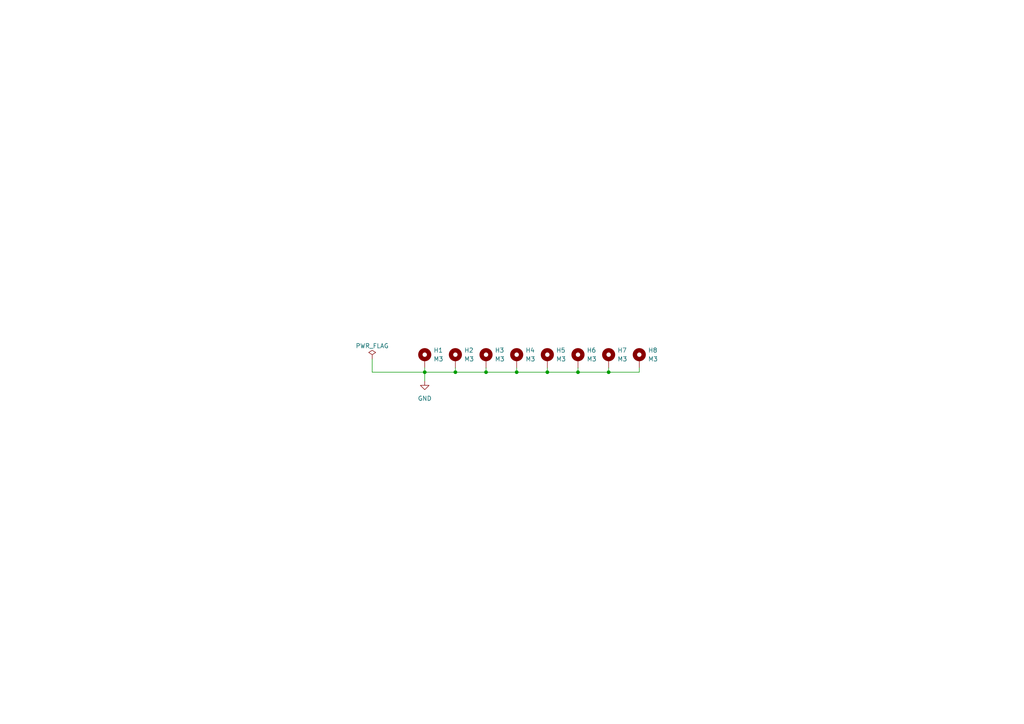
<source format=kicad_sch>
(kicad_sch (version 20230121) (generator eeschema)
  (paper "A4")
  (lib_symbols
    (symbol "Mechanical:MountingHole_Pad" (pin_numbers hide) (pin_names (offset 1.016) hide)
      (property "Reference" "H" (at 0 6.35 0))
      (property "Value" "MountingHole_Pad" (at 0 4.445 0))
      (symbol "MountingHole_Pad_0_1"
        (circle (center 0 1.27) (radius 1.27) (stroke (width 1.27)))
      )
      (symbol "MountingHole_Pad_1_1"
        (pin input line (at 0 -2.54 90) (length 2.54) (name "1") (number "1"))
      )
    )
    (symbol "power:GND" (power) (pin_names (offset 0))
      (property "Value" "GND" (at 0 -3.81 0))
      (symbol "GND_0_1"
        (polyline (pts (xy 0 0) (xy 0 -1.27) (xy 1.27 -1.27) (xy 0 -2.54) (xy -1.27 -1.27) (xy 0 -1.27)))
      )
      (symbol "GND_1_1"
        (pin power_in line (at 0 0 270) (length 0) hide (name "GND") (number "1"))
      )
    )
    (symbol "power:PWR_FLAG" (power) (pin_numbers hide) (pin_names (offset 0) hide)
      (property "Value" "PWR_FLAG" (at 0 3.81 0))
      (symbol "PWR_FLAG_0_0"
        (pin power_out line (at 0 0 90) (length 0) (name "pwr") (number "1"))
      )
      (symbol "PWR_FLAG_0_1"
        (polyline (pts (xy 0 0) (xy 0 1.27) (xy -1.016 1.905) (xy 0 2.54) (xy 1.016 1.905) (xy 0 1.27)))
      )
    )
  )
  (junction (at 158.75 107.95))
  (junction (at 140.97 107.95))
  (junction (at 123.19 107.95))
  (junction (at 149.86 107.95))
  (junction (at 132.08 107.95))
  (junction (at 176.53 107.95))
  (junction (at 167.64 107.95))
  (wire (pts (xy 107.95 107.95) (xy 123.19 107.95)))
  (wire (pts (xy 132.08 107.95) (xy 140.97 107.95)))
  (wire (pts (xy 176.53 106.68) (xy 176.53 107.95)))
  (wire (pts (xy 123.19 106.68) (xy 123.19 107.95)))
  (wire (pts (xy 149.86 106.68) (xy 149.86 107.95)))
  (wire (pts (xy 132.08 106.68) (xy 132.08 107.95)))
  (wire (pts (xy 140.97 107.95) (xy 149.86 107.95)))
  (wire (pts (xy 158.75 106.68) (xy 158.75 107.95)))
  (wire (pts (xy 123.19 107.95) (xy 132.08 107.95)))
  (wire (pts (xy 167.64 107.95) (xy 176.53 107.95)))
  (wire (pts (xy 140.97 106.68) (xy 140.97 107.95)))
  (wire (pts (xy 158.75 107.95) (xy 167.64 107.95)))
  (wire (pts (xy 123.19 107.95) (xy 123.19 110.49)))
  (wire (pts (xy 176.53 107.95) (xy 185.42 107.95)))
  (wire (pts (xy 185.42 107.95) (xy 185.42 106.68)))
  (wire (pts (xy 167.64 106.68) (xy 167.64 107.95)))
  (wire (pts (xy 149.86 107.95) (xy 158.75 107.95)))
  (wire (pts (xy 107.95 104.14) (xy 107.95 107.95)))
  (symbol (lib_id "Mechanical:MountingHole_Pad") (at 149.86 104.14 0) (unit 1)
    (property "Reference" "H4" (at 152.4 101.6 0) (effects (justify left)))
    (property "Value" "M3" (at 152.4 104.14 0) (effects (justify left)))
    (property "Footprint" "Custom-Mechanical:MountingHole-3mm_small_annulus" (effects hide))
  )
  (symbol (lib_id "power:PWR_FLAG") (at 107.95 104.14 0) (unit 1)
    (property "Reference" "#FLG01" (effects hide))
    (property "Value" "PWR_FLAG" (at 107.95 100.33 0))
  )
  (symbol (lib_id "Mechanical:MountingHole_Pad") (at 140.97 104.14 0) (unit 1)
    (property "Reference" "H3" (at 143.51 101.6 0) (effects (justify left)))
    (property "Value" "M3" (at 143.51 104.14 0) (effects (justify left)))
    (property "Footprint" "Custom-Mechanical:MountingHole-3mm_small_annulus" (effects hide))
  )
  (symbol (lib_id "power:GND") (at 123.19 110.49 0) (unit 1)
    (property "Reference" "#PWR01" (effects hide))
    (property "Value" "GND" (at 123.19 115.57 0))
  )
  (symbol (lib_id "Mechanical:MountingHole_Pad") (at 158.75 104.14 0) (unit 1)
    (property "Reference" "H5" (at 161.29 101.6 0) (effects (justify left)))
    (property "Value" "M3" (at 161.29 104.14 0) (effects (justify left)))
    (property "Footprint" "Custom-Mechanical:MountingHole-3mm_small_annulus" (effects hide))
  )
  (symbol (lib_id "Mechanical:MountingHole_Pad") (at 176.53 104.14 0) (unit 1)
    (property "Reference" "H7" (at 179.07 101.6 0) (effects (justify left)))
    (property "Value" "M3" (at 179.07 104.14 0) (effects (justify left)))
    (property "Footprint" "Custom-Mechanical:MountingHole-3mm_small_annulus" (effects hide))
  )
  (symbol (lib_id "Mechanical:MountingHole_Pad") (at 123.19 104.14 0) (unit 1)
    (property "Reference" "H1" (at 125.73 101.6 0) (effects (justify left)))
    (property "Value" "M3" (at 125.73 104.14 0) (effects (justify left)))
    (property "Footprint" "Custom-Mechanical:MountingHole-3mm_small_annulus" (effects hide))
  )
  (symbol (lib_id "Mechanical:MountingHole_Pad") (at 132.08 104.14 0) (unit 1)
    (property "Reference" "H2" (at 134.62 101.6 0) (effects (justify left)))
    (property "Value" "M3" (at 134.62 104.14 0) (effects (justify left)))
    (property "Footprint" "Custom-Mechanical:MountingHole-3mm_small_annulus" (effects hide))
  )
  (symbol (lib_id "Mechanical:MountingHole_Pad") (at 167.64 104.14 0) (unit 1)
    (property "Reference" "H6" (at 170.18 101.6 0) (effects (justify left)))
    (property "Value" "M3" (at 170.18 104.14 0) (effects (justify left)))
    (property "Footprint" "Custom-Mechanical:MountingHole-3mm_small_annulus" (effects hide))
  )
  (symbol (lib_id "Mechanical:MountingHole_Pad") (at 185.42 104.14 0) (unit 1)
    (property "Reference" "H8" (at 187.96 101.6 0) (effects (justify left)))
    (property "Value" "M3" (at 187.96 104.14 0) (effects (justify left)))
    (property "Footprint" "Custom-Mechanical:MountingHole-3mm_small_annulus" (effects hide))
  )
)
</source>
